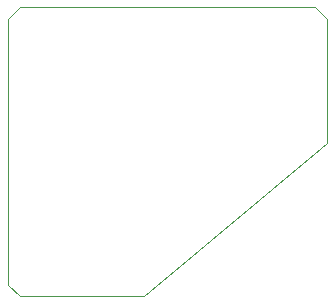
<source format=gbr>
%TF.GenerationSoftware,KiCad,Pcbnew,8.0.8*%
%TF.CreationDate,2025-04-03T17:01:25+02:00*%
%TF.ProjectId,nrf24small,6e726632-3473-46d6-916c-6c2e6b696361,rev?*%
%TF.SameCoordinates,Original*%
%TF.FileFunction,Profile,NP*%
%FSLAX46Y46*%
G04 Gerber Fmt 4.6, Leading zero omitted, Abs format (unit mm)*
G04 Created by KiCad (PCBNEW 8.0.8) date 2025-04-03 17:01:25*
%MOMM*%
%LPD*%
G01*
G04 APERTURE LIST*
%TA.AperFunction,Profile*%
%ADD10C,0.050000*%
%TD*%
G04 APERTURE END LIST*
D10*
X16000000Y-14500000D02*
X41000000Y-14500000D01*
X41000000Y-14500000D02*
X42000000Y-15500000D01*
X15000000Y-38000000D02*
X15000000Y-15500000D01*
X42000000Y-26000000D02*
X42000000Y-15500000D01*
X42000000Y-26000000D02*
X26500000Y-39000000D01*
X16000000Y-39000000D02*
X26500000Y-39000000D01*
X15000000Y-15500000D02*
X16000000Y-14500000D01*
X15000000Y-38000000D02*
X16000000Y-39000000D01*
M02*

</source>
